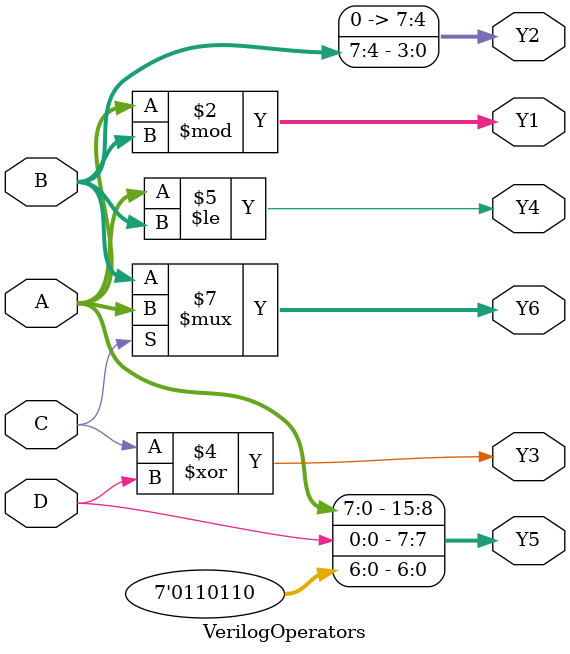
<source format=v>
`timescale 1 ns / 1 ns

module VerilogOperators (A, B, C, D, Y1, Y2, Y3, Y4, Y5, Y6);

  input   [7:0] A, B;
  input   C, D;
  output reg [7:0] Y1, Y2;
  output reg Y3, Y4;
  output reg [15:0] Y5;
  output [7:0] Y6;

  always @(A or B or C or D) begin

      Y1 = A % B;                       // Arithmetic remainder operator
      Y2 = B >> 4;                      // Logical shift right operator
      Y3 = C ^ D;                       // Reduction XOR operator
      Y4 = A <= B;                      // Relational operator
      Y5 = {A, D, {2{3'b011}}, 1'b0};   // Concatenation operator

  end

  assign Y6[7:0] = (C == 1'b1) ? A : B; // Conditional operator

endmodule




</source>
